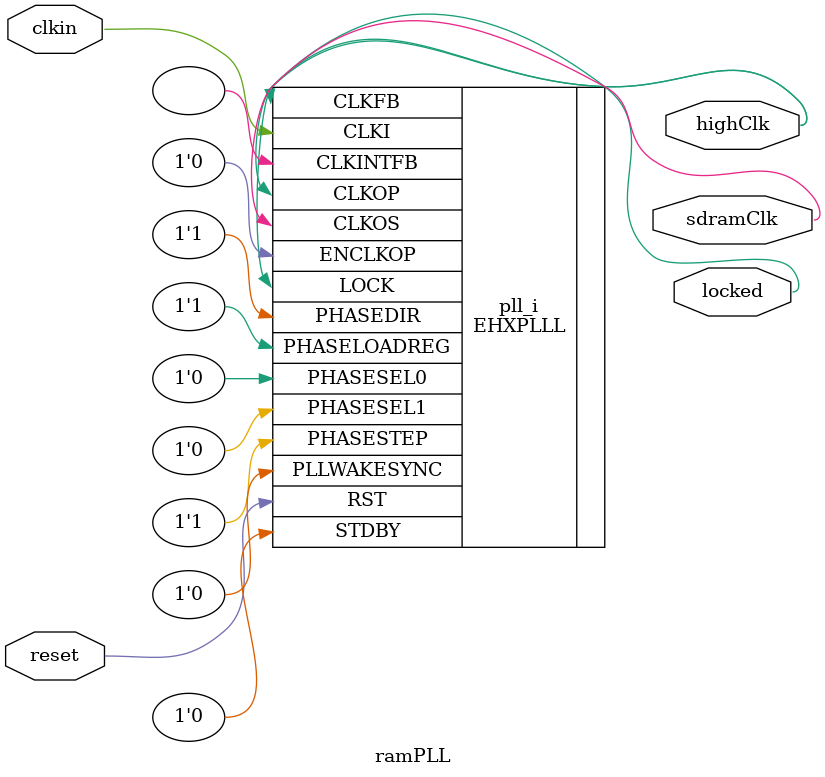
<source format=v>
module ramPLL
(
    input reset, // 0:inactive, 1:reset
    input clkin, // 48 MHz, 0 deg
    output highClk, // 100 MHz, 0 deg
    output sdramClk, // 50 MHz, 0 deg
    output locked
);
(* FREQUENCY_PIN_CLKI="48" *)
(* FREQUENCY_PIN_CLKOP="100" *)
(* FREQUENCY_PIN_CLKOS="50" *)
(* ICP_CURRENT="12" *) (* LPF_RESISTOR="8" *) (* MFG_ENABLE_FILTEROPAMP="1" *) (* MFG_GMCREF_SEL="2" *)
EHXPLLL #(
        .PLLRST_ENA("ENABLED"),
        .INTFB_WAKE("DISABLED"),
        .STDBY_ENABLE("DISABLED"),
        .DPHASE_SOURCE("DISABLED"),
        .OUTDIVIDER_MUXA("DIVA"),
        .OUTDIVIDER_MUXB("DIVB"),
        .OUTDIVIDER_MUXC("DIVC"),
        .OUTDIVIDER_MUXD("DIVD"),
        .CLKI_DIV(12),
        .CLKOP_ENABLE("ENABLED"),
        .CLKOP_DIV(6),
        .CLKOP_CPHASE(2),
        .CLKOP_FPHASE(0),
        .CLKOS_ENABLE("ENABLED"),
        .CLKOS_DIV(12),
        .CLKOS_CPHASE(2),
        .CLKOS_FPHASE(0),
        .FEEDBK_PATH("CLKOP"),
        .CLKFB_DIV(25)
    ) pll_i (
        .RST(reset),
        .STDBY(1'b0),
        .CLKI(clkin),
        .CLKOP(highClk),
        .CLKOS(sdramClk),
        .CLKFB(highClk),
        .CLKINTFB(),
        .PHASESEL0(1'b0),
        .PHASESEL1(1'b0),
        .PHASEDIR(1'b1),
        .PHASESTEP(1'b1),
        .PHASELOADREG(1'b1),
        .PLLWAKESYNC(1'b0),
        .ENCLKOP(1'b0),
        .LOCK(locked)
	);
endmodule

</source>
